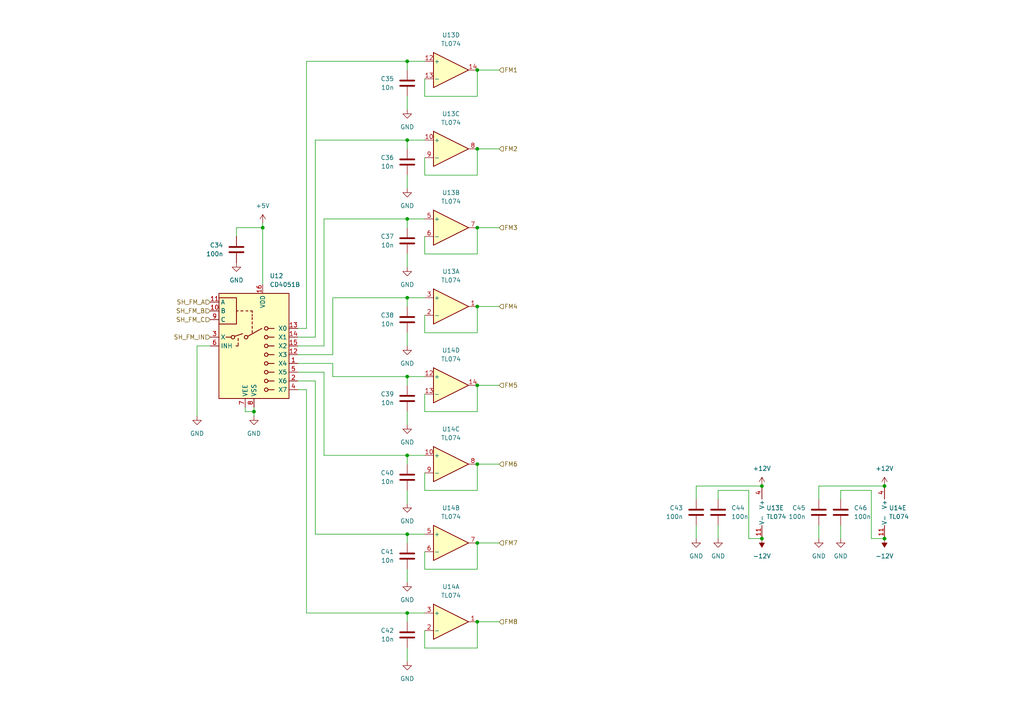
<source format=kicad_sch>
(kicad_sch (version 20230121) (generator eeschema)
  (paper "A4")
  (title_block (title "Polykit-X8 Mainboard") (date "2024-01-14") (rev "v0.0.2") (company "Jan Knipper") (comment 1 "github.com/polykit"))
  (lib_symbols
    (symbol "Amplifier_Operational:TL074" (pin_names (offset 0.127))
      (property "Reference" "U" (at 0 5.08 0))
      (property "Value" "TL074" (at 0 -5.08 0))
      (symbol "TL074_1_1"
        (polyline (pts (xy -5.08 5.08) (xy 5.08 0) (xy -5.08 -5.08) (xy -5.08 5.08)) (stroke (width 0.254)) (fill (type background)))
        (pin output line (at 7.62 0 180) (length 2.54) (name "~") (number "1"))
        (pin input line (at -7.62 -2.54 0) (length 2.54) (name "-") (number "2"))
        (pin input line (at -7.62 2.54 0) (length 2.54) (name "+") (number "3"))
      )
      (symbol "TL074_2_1"
        (polyline (pts (xy -5.08 5.08) (xy 5.08 0) (xy -5.08 -5.08) (xy -5.08 5.08)) (stroke (width 0.254)) (fill (type background)))
        (pin input line (at -7.62 2.54 0) (length 2.54) (name "+") (number "5"))
        (pin input line (at -7.62 -2.54 0) (length 2.54) (name "-") (number "6"))
        (pin output line (at 7.62 0 180) (length 2.54) (name "~") (number "7"))
      )
      (symbol "TL074_3_1"
        (polyline (pts (xy -5.08 5.08) (xy 5.08 0) (xy -5.08 -5.08) (xy -5.08 5.08)) (stroke (width 0.254)) (fill (type background)))
        (pin input line (at -7.62 2.54 0) (length 2.54) (name "+") (number "10"))
        (pin output line (at 7.62 0 180) (length 2.54) (name "~") (number "8"))
        (pin input line (at -7.62 -2.54 0) (length 2.54) (name "-") (number "9"))
      )
      (symbol "TL074_4_1"
        (polyline (pts (xy -5.08 5.08) (xy 5.08 0) (xy -5.08 -5.08) (xy -5.08 5.08)) (stroke (width 0.254)) (fill (type background)))
        (pin input line (at -7.62 2.54 0) (length 2.54) (name "+") (number "12"))
        (pin input line (at -7.62 -2.54 0) (length 2.54) (name "-") (number "13"))
        (pin output line (at 7.62 0 180) (length 2.54) (name "~") (number "14"))
      )
      (symbol "TL074_5_1"
        (pin power_in line (at -2.54 -7.62 90) (length 3.81) (name "V-") (number "11"))
        (pin power_in line (at -2.54 7.62 270) (length 3.81) (name "V+") (number "4"))
      )
    )
    (symbol "Analog_Switch:CD4051B"
      (property "Reference" "U" (at -10.16 16.51 0))
      (property "Value" "CD4051B" (at 3.81 16.51 0))
      (symbol "CD4051B_0_1"
        (rectangle (start -10.16 6.35) (end -5.08 13.97) (stroke (width 0.254)))
        (rectangle (start -10.16 15.24) (end 10.16 -15.24) (stroke (width 0.254)) (fill (type background)))
        (circle (center -6.096 2.54) (radius 0.508) (stroke (width 0.254)))
        (circle (center -2.286 2.54) (radius 0.508) (stroke (width 0.254)))
        (polyline (pts (xy -8.128 2.54) (xy -6.604 2.54)) (stroke (width 0.254)))
        (polyline (pts (xy -5.588 2.794) (xy -3.302 3.556)) (stroke (width 0.254)))
        (polyline (pts (xy -4.572 0) (xy -5.207 0)) (stroke (width 0.254)))
        (polyline (pts (xy -4.572 0.254) (xy -4.572 0.889)) (stroke (width 0.254)))
        (polyline (pts (xy -4.572 1.524) (xy -4.572 2.159)) (stroke (width 0.254)))
        (polyline (pts (xy -4.572 10.16) (xy -5.08 10.16)) (stroke (width 0.254)))
        (polyline (pts (xy -3.81 10.16) (xy -3.175 10.16)) (stroke (width 0.254)))
        (polyline (pts (xy -1.778 2.794) (xy 2.286 5.08)) (stroke (width 0.254)))
        (polyline (pts (xy -1.778 10.16) (xy -2.286 10.16)) (stroke (width 0.254)))
        (polyline (pts (xy -0.508 3.81) (xy -0.508 4.445)) (stroke (width 0.254)))
        (polyline (pts (xy -0.508 5.08) (xy -0.508 5.715)) (stroke (width 0.254)))
        (polyline (pts (xy -0.508 6.35) (xy -0.508 6.985)) (stroke (width 0.254)))
        (polyline (pts (xy -0.508 7.62) (xy -0.508 8.255)) (stroke (width 0.254)))
        (polyline (pts (xy -0.508 8.636) (xy -0.508 9.144)) (stroke (width 0.254)))
        (polyline (pts (xy -0.508 9.652) (xy -0.508 10.16)) (stroke (width 0.254)))
        (polyline (pts (xy -0.508 10.16) (xy -1.016 10.16)) (stroke (width 0.254)))
        (polyline (pts (xy 4.064 -12.7) (xy 5.842 -12.7)) (stroke (width 0.254)))
        (polyline (pts (xy 4.064 -10.16) (xy 5.842 -10.16)) (stroke (width 0.254)))
        (polyline (pts (xy 4.064 -7.62) (xy 5.842 -7.62)) (stroke (width 0.254)))
        (polyline (pts (xy 4.064 -5.08) (xy 5.842 -5.08)) (stroke (width 0.254)))
        (polyline (pts (xy 4.064 -2.54) (xy 5.842 -2.54)) (stroke (width 0.254)))
        (polyline (pts (xy 4.064 0) (xy 5.842 0)) (stroke (width 0.254)))
        (polyline (pts (xy 4.064 2.54) (xy 5.842 2.54)) (stroke (width 0.254)))
        (polyline (pts (xy 4.064 5.08) (xy 5.842 5.08)) (stroke (width 0.254)))
        (circle (center 3.556 -12.7) (radius 0.508) (stroke (width 0.254)))
        (circle (center 3.556 -10.16) (radius 0.508) (stroke (width 0.254)))
        (circle (center 3.556 -7.62) (radius 0.508) (stroke (width 0.254)))
        (circle (center 3.556 -5.08) (radius 0.508) (stroke (width 0.254)))
        (circle (center 3.556 -2.54) (radius 0.508) (stroke (width 0.254)))
        (circle (center 3.556 0) (radius 0.508) (stroke (width 0.254)))
        (circle (center 3.556 2.54) (radius 0.508) (stroke (width 0.254)))
        (circle (center 3.556 5.08) (radius 0.508) (stroke (width 0.254)))
      )
      (symbol "CD4051B_1_1"
        (pin bidirectional line (at 12.7 -5.08 180) (length 2.54) (name "X4") (number "1"))
        (pin input line (at -12.7 10.16 0) (length 2.54) (name "B") (number "10"))
        (pin input line (at -12.7 12.7 0) (length 2.54) (name "A") (number "11"))
        (pin bidirectional line (at 12.7 -2.54 180) (length 2.54) (name "X3") (number "12"))
        (pin bidirectional line (at 12.7 5.08 180) (length 2.54) (name "X0") (number "13"))
        (pin bidirectional line (at 12.7 2.54 180) (length 2.54) (name "X1") (number "14"))
        (pin bidirectional line (at 12.7 0 180) (length 2.54) (name "X2") (number "15"))
        (pin power_in line (at 2.54 17.78 270) (length 2.54) (name "VDD") (number "16"))
        (pin bidirectional line (at 12.7 -10.16 180) (length 2.54) (name "X6") (number "2"))
        (pin bidirectional line (at -12.7 2.54 0) (length 2.54) (name "X") (number "3"))
        (pin bidirectional line (at 12.7 -12.7 180) (length 2.54) (name "X7") (number "4"))
        (pin bidirectional line (at 12.7 -7.62 180) (length 2.54) (name "X5") (number "5"))
        (pin input line (at -12.7 0 0) (length 2.54) (name "INH") (number "6"))
        (pin power_in line (at -2.54 -17.78 90) (length 2.54) (name "VEE") (number "7"))
        (pin power_in line (at 0 -17.78 90) (length 2.54) (name "VSS") (number "8"))
        (pin input line (at -12.7 7.62 0) (length 2.54) (name "C") (number "9"))
      )
    )
    (symbol "Device:C" (pin_numbers hide) (pin_names (offset 0.254))
      (property "Reference" "C" (at 0.635 2.54 0))
      (property "Value" "C" (at 0.635 -2.54 0))
      (symbol "C_0_1"
        (polyline (pts (xy -2.032 -0.762) (xy 2.032 -0.762)) (stroke (width 0.508)))
        (polyline (pts (xy -2.032 0.762) (xy 2.032 0.762)) (stroke (width 0.508)))
      )
      (symbol "C_1_1"
        (pin passive line (at 0 3.81 270) (length 2.794) (name "~") (number "1"))
        (pin passive line (at 0 -3.81 90) (length 2.794) (name "~") (number "2"))
      )
    )
    (symbol "power:+12V" (power) (pin_names (offset 0))
      (property "Value" "+12V" (at 0 3.556 0))
      (symbol "+12V_0_1"
        (polyline (pts (xy -0.762 1.27) (xy 0 2.54)))
        (polyline (pts (xy 0 0) (xy 0 2.54)))
        (polyline (pts (xy 0 2.54) (xy 0.762 1.27)))
      )
      (symbol "+12V_1_1"
        (pin power_in line (at 0 0 90) (length 0) hide (name "+12V") (number "1"))
      )
    )
    (symbol "power:+5V" (power) (pin_names (offset 0))
      (property "Value" "+5V" (at 0 3.556 0))
      (symbol "+5V_0_1"
        (polyline (pts (xy -0.762 1.27) (xy 0 2.54)))
        (polyline (pts (xy 0 0) (xy 0 2.54)))
        (polyline (pts (xy 0 2.54) (xy 0.762 1.27)))
      )
      (symbol "+5V_1_1"
        (pin power_in line (at 0 0 90) (length 0) hide (name "+5V") (number "1"))
      )
    )
    (symbol "power:-12V" (power) (pin_names (offset 0))
      (property "Value" "-12V" (at 0 3.81 0))
      (symbol "-12V_0_0"
        (pin power_in line (at 0 0 90) (length 0) hide (name "-12V") (number "1"))
      )
      (symbol "-12V_0_1"
        (polyline (pts (xy 0 0) (xy 0 1.27) (xy 0.762 1.27) (xy 0 2.54) (xy -0.762 1.27) (xy 0 1.27)) (fill (type outline)))
      )
    )
    (symbol "power:GND" (power) (pin_names (offset 0))
      (property "Value" "GND" (at 0 -3.81 0))
      (symbol "GND_0_1"
        (polyline (pts (xy 0 0) (xy 0 -1.27) (xy 1.27 -1.27) (xy 0 -2.54) (xy -1.27 -1.27) (xy 0 -1.27)))
      )
      (symbol "GND_1_1"
        (pin power_in line (at 0 0 270) (length 0) hide (name "GND") (number "1"))
      )
    )
  )
  (junction (at 138.43 134.62))
  (junction (at 138.43 88.9))
  (junction (at 138.43 180.34))
  (junction (at 220.98 140.97))
  (junction (at 118.11 63.5))
  (junction (at 138.43 111.76))
  (junction (at 118.11 132.08))
  (junction (at 138.43 43.18))
  (junction (at 138.43 66.04))
  (junction (at 138.43 20.32))
  (junction (at 118.11 177.8))
  (junction (at 73.66 119.38))
  (junction (at 118.11 17.78))
  (junction (at 256.54 140.97))
  (junction (at 76.2 66.04))
  (junction (at 118.11 154.94))
  (junction (at 256.54 156.21))
  (junction (at 118.11 40.64))
  (junction (at 220.98 156.21))
  (junction (at 118.11 86.36))
  (junction (at 138.43 157.48))
  (junction (at 118.11 109.22))
  (wire (pts (xy 118.11 73.66) (xy 118.11 77.47)))
  (wire (pts (xy 86.36 100.33) (xy 93.98 100.33)))
  (wire (pts (xy 91.44 40.64) (xy 118.11 40.64)))
  (wire (pts (xy 123.19 142.24) (xy 138.43 142.24)))
  (wire (pts (xy 91.44 97.79) (xy 91.44 40.64)))
  (wire (pts (xy 118.11 177.8) (xy 118.11 180.34)))
  (wire (pts (xy 138.43 88.9) (xy 144.78 88.9)))
  (wire (pts (xy 208.28 142.24) (xy 208.28 144.78)))
  (wire (pts (xy 237.49 152.4) (xy 237.49 156.21)))
  (wire (pts (xy 71.12 118.11) (xy 71.12 119.38)))
  (wire (pts (xy 138.43 119.38) (xy 138.43 111.76)))
  (wire (pts (xy 86.36 105.41) (xy 96.52 105.41)))
  (wire (pts (xy 118.11 165.1) (xy 118.11 168.91)))
  (wire (pts (xy 123.19 17.78) (xy 118.11 17.78)))
  (wire (pts (xy 123.19 63.5) (xy 118.11 63.5)))
  (wire (pts (xy 138.43 50.8) (xy 138.43 43.18)))
  (wire (pts (xy 201.93 140.97) (xy 201.93 144.78)))
  (wire (pts (xy 237.49 140.97) (xy 237.49 144.78)))
  (wire (pts (xy 123.19 154.94) (xy 118.11 154.94)))
  (wire (pts (xy 88.9 95.25) (xy 86.36 95.25)))
  (wire (pts (xy 217.17 156.21) (xy 220.98 156.21)))
  (wire (pts (xy 96.52 86.36) (xy 118.11 86.36)))
  (wire (pts (xy 208.28 142.24) (xy 217.17 142.24)))
  (wire (pts (xy 118.11 119.38) (xy 118.11 123.19)))
  (wire (pts (xy 93.98 63.5) (xy 118.11 63.5)))
  (wire (pts (xy 123.19 73.66) (xy 138.43 73.66)))
  (wire (pts (xy 118.11 50.8) (xy 118.11 54.61)))
  (wire (pts (xy 86.36 113.03) (xy 88.9 113.03)))
  (wire (pts (xy 220.98 140.97) (xy 201.93 140.97)))
  (wire (pts (xy 123.19 86.36) (xy 118.11 86.36)))
  (wire (pts (xy 118.11 27.94) (xy 118.11 31.75)))
  (wire (pts (xy 123.19 45.72) (xy 123.19 50.8)))
  (wire (pts (xy 252.73 156.21) (xy 256.54 156.21)))
  (wire (pts (xy 123.19 114.3) (xy 123.19 119.38)))
  (wire (pts (xy 138.43 157.48) (xy 144.78 157.48)))
  (wire (pts (xy 60.96 100.33) (xy 57.15 100.33)))
  (wire (pts (xy 138.43 187.96) (xy 138.43 180.34)))
  (wire (pts (xy 86.36 107.95) (xy 93.98 107.95)))
  (wire (pts (xy 118.11 86.36) (xy 118.11 88.9)))
  (wire (pts (xy 256.54 140.97) (xy 237.49 140.97)))
  (wire (pts (xy 138.43 180.34) (xy 144.78 180.34)))
  (wire (pts (xy 123.19 96.52) (xy 138.43 96.52)))
  (wire (pts (xy 96.52 109.22) (xy 118.11 109.22)))
  (wire (pts (xy 123.19 165.1) (xy 138.43 165.1)))
  (wire (pts (xy 123.19 119.38) (xy 138.43 119.38)))
  (wire (pts (xy 243.84 152.4) (xy 243.84 156.21)))
  (wire (pts (xy 71.12 119.38) (xy 73.66 119.38)))
  (wire (pts (xy 123.19 109.22) (xy 118.11 109.22)))
  (wire (pts (xy 73.66 120.65) (xy 73.66 119.38)))
  (wire (pts (xy 123.19 160.02) (xy 123.19 165.1)))
  (wire (pts (xy 93.98 100.33) (xy 93.98 63.5)))
  (wire (pts (xy 88.9 17.78) (xy 88.9 95.25)))
  (wire (pts (xy 138.43 20.32) (xy 144.78 20.32)))
  (wire (pts (xy 208.28 152.4) (xy 208.28 156.21)))
  (wire (pts (xy 123.19 91.44) (xy 123.19 96.52)))
  (wire (pts (xy 118.11 17.78) (xy 88.9 17.78)))
  (wire (pts (xy 123.19 68.58) (xy 123.19 73.66)))
  (wire (pts (xy 123.19 182.88) (xy 123.19 187.96)))
  (wire (pts (xy 123.19 40.64) (xy 118.11 40.64)))
  (wire (pts (xy 91.44 154.94) (xy 118.11 154.94)))
  (wire (pts (xy 118.11 17.78) (xy 118.11 20.32)))
  (wire (pts (xy 138.43 43.18) (xy 144.78 43.18)))
  (wire (pts (xy 93.98 132.08) (xy 118.11 132.08)))
  (wire (pts (xy 217.17 156.21) (xy 217.17 142.24)))
  (wire (pts (xy 138.43 96.52) (xy 138.43 88.9)))
  (wire (pts (xy 138.43 134.62) (xy 144.78 134.62)))
  (wire (pts (xy 57.15 100.33) (xy 57.15 120.65)))
  (wire (pts (xy 201.93 152.4) (xy 201.93 156.21)))
  (wire (pts (xy 86.36 102.87) (xy 96.52 102.87)))
  (wire (pts (xy 123.19 27.94) (xy 138.43 27.94)))
  (wire (pts (xy 118.11 132.08) (xy 118.11 134.62)))
  (wire (pts (xy 123.19 50.8) (xy 138.43 50.8)))
  (wire (pts (xy 88.9 177.8) (xy 118.11 177.8)))
  (wire (pts (xy 118.11 187.96) (xy 118.11 191.77)))
  (wire (pts (xy 96.52 105.41) (xy 96.52 109.22)))
  (wire (pts (xy 96.52 102.87) (xy 96.52 86.36)))
  (wire (pts (xy 138.43 73.66) (xy 138.43 66.04)))
  (wire (pts (xy 243.84 142.24) (xy 243.84 144.78)))
  (wire (pts (xy 76.2 66.04) (xy 76.2 82.55)))
  (wire (pts (xy 243.84 142.24) (xy 252.73 142.24)))
  (wire (pts (xy 118.11 109.22) (xy 118.11 111.76)))
  (wire (pts (xy 91.44 110.49) (xy 91.44 154.94)))
  (wire (pts (xy 123.19 132.08) (xy 118.11 132.08)))
  (wire (pts (xy 138.43 142.24) (xy 138.43 134.62)))
  (wire (pts (xy 123.19 137.16) (xy 123.19 142.24)))
  (wire (pts (xy 118.11 96.52) (xy 118.11 100.33)))
  (wire (pts (xy 93.98 107.95) (xy 93.98 132.08)))
  (wire (pts (xy 68.58 66.04) (xy 68.58 68.58)))
  (wire (pts (xy 252.73 156.21) (xy 252.73 142.24)))
  (wire (pts (xy 76.2 64.77) (xy 76.2 66.04)))
  (wire (pts (xy 73.66 119.38) (xy 73.66 118.11)))
  (wire (pts (xy 123.19 187.96) (xy 138.43 187.96)))
  (wire (pts (xy 86.36 110.49) (xy 91.44 110.49)))
  (wire (pts (xy 76.2 66.04) (xy 68.58 66.04)))
  (wire (pts (xy 138.43 27.94) (xy 138.43 20.32)))
  (wire (pts (xy 88.9 113.03) (xy 88.9 177.8)))
  (wire (pts (xy 86.36 97.79) (xy 91.44 97.79)))
  (wire (pts (xy 138.43 165.1) (xy 138.43 157.48)))
  (wire (pts (xy 118.11 40.64) (xy 118.11 43.18)))
  (wire (pts (xy 123.19 22.86) (xy 123.19 27.94)))
  (wire (pts (xy 123.19 177.8) (xy 118.11 177.8)))
  (wire (pts (xy 118.11 154.94) (xy 118.11 157.48)))
  (wire (pts (xy 118.11 63.5) (xy 118.11 66.04)))
  (wire (pts (xy 138.43 111.76) (xy 144.78 111.76)))
  (wire (pts (xy 138.43 66.04) (xy 144.78 66.04)))
  (wire (pts (xy 118.11 142.24) (xy 118.11 146.05)))
  (hierarchical_label "FM4" (shape input) (at 144.78 88.9 0))
  (hierarchical_label "FM5" (shape input) (at 144.78 111.76 0))
  (hierarchical_label "FM7" (shape input) (at 144.78 157.48 0))
  (hierarchical_label "SH_FM_A" (shape input) (at 60.96 87.63 180))
  (hierarchical_label "SH_FM_C" (shape input) (at 60.96 92.71 180))
  (hierarchical_label "FM1" (shape input) (at 144.78 20.32 0))
  (hierarchical_label "FM8" (shape input) (at 144.78 180.34 0))
  (hierarchical_label "SH_FM_IN" (shape input) (at 60.96 97.79 180))
  (hierarchical_label "FM2" (shape input) (at 144.78 43.18 0))
  (hierarchical_label "SH_FM_B" (shape input) (at 60.96 90.17 180))
  (hierarchical_label "FM6" (shape input) (at 144.78 134.62 0))
  (hierarchical_label "FM3" (shape input) (at 144.78 66.04 0))
  (symbol (lib_id "Device:C") (at 118.11 69.85 0) (unit 1)
    (property "Reference" "C37" (at 114.3 68.5799 0) (effects (justify right)))
    (property "Value" "10n" (at 114.3 71.1199 0) (effects (justify right)))
    (property "Footprint" "Capacitor_SMD:C_1206_3216Metric_Pad1.33x1.80mm_HandSolder" (effects hide))
  )
  (symbol (lib_id "power:GND") (at 237.49 156.21 0) (unit 1)
    (property "Reference" "#PWR0101" (effects hide))
    (property "Value" "GND" (at 237.49 161.29 0))
  )
  (symbol (lib_id "Amplifier_Operational:TL074") (at 130.81 157.48 0) (unit 2)
    (property "Reference" "U14" (at 130.81 147.32 0))
    (property "Value" "TL074" (at 130.81 149.86 0))
    (property "Footprint" "Package_SO:SO-14_3.9x8.65mm_P1.27mm" (effects hide))
    (property "Datasheet" "http://www.ti.com/lit/ds/symlink/tl071.pdf" (effects hide))
  )
  (symbol (lib_id "power:GND") (at 118.11 191.77 0) (unit 1)
    (property "Reference" "#PWR0194" (effects hide))
    (property "Value" "GND" (at 118.11 196.85 0))
  )
  (symbol (lib_id "Device:C") (at 118.11 115.57 0) (unit 1)
    (property "Reference" "C39" (at 114.3 114.2999 0) (effects (justify right)))
    (property "Value" "10n" (at 114.3 116.8399 0) (effects (justify right)))
    (property "Footprint" "Capacitor_SMD:C_1206_3216Metric_Pad1.33x1.80mm_HandSolder" (effects hide))
  )
  (symbol (lib_id "power:GND") (at 118.11 77.47 0) (unit 1)
    (property "Reference" "#PWR0187" (effects hide))
    (property "Value" "GND" (at 118.11 82.55 0))
  )
  (symbol (lib_id "Amplifier_Operational:TL074") (at 130.81 43.18 0) (unit 3)
    (property "Reference" "U13" (at 130.81 33.02 0))
    (property "Value" "TL074" (at 130.81 35.56 0))
    (property "Footprint" "Package_SO:SO-14_3.9x8.65mm_P1.27mm" (effects hide))
    (property "Datasheet" "http://www.ti.com/lit/ds/symlink/tl071.pdf" (effects hide))
  )
  (symbol (lib_id "Device:C") (at 118.11 184.15 0) (unit 1)
    (property "Reference" "C42" (at 114.3 182.8799 0) (effects (justify right)))
    (property "Value" "10n" (at 114.3 185.4199 0) (effects (justify right)))
    (property "Footprint" "Capacitor_SMD:C_1206_3216Metric_Pad1.33x1.80mm_HandSolder" (effects hide))
  )
  (symbol (lib_id "power:+12V") (at 256.54 140.97 0) (unit 1)
    (property "Reference" "#PWR0105" (effects hide))
    (property "Value" "+12V" (at 256.54 135.89 0))
  )
  (symbol (lib_id "Device:C") (at 118.11 46.99 0) (unit 1)
    (property "Reference" "C36" (at 114.3 45.7199 0) (effects (justify right)))
    (property "Value" "10n" (at 114.3 48.2599 0) (effects (justify right)))
    (property "Footprint" "Capacitor_SMD:C_1206_3216Metric_Pad1.33x1.80mm_HandSolder" (effects hide))
  )
  (symbol (lib_id "Amplifier_Operational:TL074") (at 130.81 111.76 0) (unit 4)
    (property "Reference" "U14" (at 130.81 101.6 0))
    (property "Value" "TL074" (at 130.81 104.14 0))
    (property "Footprint" "Package_SO:SO-14_3.9x8.65mm_P1.27mm" (effects hide))
    (property "Datasheet" "http://www.ti.com/lit/ds/symlink/tl071.pdf" (effects hide))
  )
  (symbol (lib_id "power:GND") (at 201.93 156.21 0) (unit 1)
    (property "Reference" "#PWR0106" (effects hide))
    (property "Value" "GND" (at 201.93 161.29 0))
  )
  (symbol (lib_id "power:-12V") (at 220.98 156.21 180) (unit 1)
    (property "Reference" "#PWR0103" (effects hide))
    (property "Value" "-12V" (at 220.98 161.29 0))
  )
  (symbol (lib_id "power:GND") (at 73.66 120.65 0) (unit 1)
    (property "Reference" "#PWR0190" (effects hide))
    (property "Value" "GND" (at 73.66 125.73 0))
  )
  (symbol (lib_id "power:+5V") (at 76.2 64.77 0) (unit 1)
    (property "Reference" "#PWR0192" (effects hide))
    (property "Value" "+5V" (at 76.2 59.69 0))
  )
  (symbol (lib_id "power:GND") (at 68.58 76.2 0) (unit 1)
    (property "Reference" "#PWR0193" (effects hide))
    (property "Value" "GND" (at 68.58 81.28 0))
  )
  (symbol (lib_id "Amplifier_Operational:TL074") (at 130.81 20.32 0) (unit 4)
    (property "Reference" "U13" (at 130.81 10.16 0))
    (property "Value" "TL074" (at 130.81 12.7 0))
    (property "Footprint" "Package_SO:SO-14_3.9x8.65mm_P1.27mm" (effects hide))
    (property "Datasheet" "http://www.ti.com/lit/ds/symlink/tl071.pdf" (effects hide))
  )
  (symbol (lib_id "power:GND") (at 118.11 100.33 0) (unit 1)
    (property "Reference" "#PWR0189" (effects hide))
    (property "Value" "GND" (at 118.11 105.41 0))
  )
  (symbol (lib_id "Analog_Switch:CD4051B") (at 73.66 100.33 0) (unit 1)
    (property "Reference" "U12" (at 78.2194 80.01 0) (effects (justify left)))
    (property "Value" "CD4051B" (at 78.2194 82.55 0) (effects (justify left)))
    (property "Footprint" "Package_SO:SO-16_5.3x10.2mm_P1.27mm" (effects hide))
    (property "Datasheet" "http://www.ti.com/lit/ds/symlink/cd4052b.pdf" (effects hide))
  )
  (symbol (lib_id "power:GND") (at 118.11 146.05 0) (unit 1)
    (property "Reference" "#PWR0196" (effects hide))
    (property "Value" "GND" (at 118.11 151.13 0))
  )
  (symbol (lib_id "Device:C") (at 208.28 148.59 0) (unit 1)
    (property "Reference" "C44" (at 212.09 147.3199 0) (effects (justify left)))
    (property "Value" "100n" (at 212.09 149.8599 0) (effects (justify left)))
    (property "Footprint" "Capacitor_SMD:C_1206_3216Metric_Pad1.33x1.80mm_HandSolder" (effects hide))
  )
  (symbol (lib_id "Device:C") (at 243.84 148.59 0) (unit 1)
    (property "Reference" "C46" (at 247.65 147.3199 0) (effects (justify left)))
    (property "Value" "100n" (at 247.65 149.8599 0) (effects (justify left)))
    (property "Footprint" "Capacitor_SMD:C_1206_3216Metric_Pad1.33x1.80mm_HandSolder" (effects hide))
  )
  (symbol (lib_id "power:GND") (at 57.15 120.65 0) (unit 1)
    (property "Reference" "#PWR0218" (effects hide))
    (property "Value" "GND" (at 57.15 125.73 0))
  )
  (symbol (lib_id "Device:C") (at 118.11 161.29 0) (unit 1)
    (property "Reference" "C41" (at 114.3 160.0199 0) (effects (justify right)))
    (property "Value" "10n" (at 114.3 162.5599 0) (effects (justify right)))
    (property "Footprint" "Capacitor_SMD:C_1206_3216Metric_Pad1.33x1.80mm_HandSolder" (effects hide))
  )
  (symbol (lib_id "Amplifier_Operational:TL074") (at 130.81 88.9 0) (unit 1)
    (property "Reference" "U13" (at 130.81 78.74 0))
    (property "Value" "TL074" (at 130.81 81.28 0))
    (property "Footprint" "Package_SO:SO-14_3.9x8.65mm_P1.27mm" (effects hide))
    (property "Datasheet" "http://www.ti.com/lit/ds/symlink/tl071.pdf" (effects hide))
  )
  (symbol (lib_id "Amplifier_Operational:TL074") (at 130.81 66.04 0) (unit 2)
    (property "Reference" "U13" (at 130.81 55.88 0))
    (property "Value" "TL074" (at 130.81 58.42 0))
    (property "Footprint" "Package_SO:SO-14_3.9x8.65mm_P1.27mm" (effects hide))
    (property "Datasheet" "http://www.ti.com/lit/ds/symlink/tl071.pdf" (effects hide))
  )
  (symbol (lib_id "Device:C") (at 201.93 148.59 0) (unit 1)
    (property "Reference" "C43" (at 198.12 147.3199 0) (effects (justify right)))
    (property "Value" "100n" (at 198.12 149.8599 0) (effects (justify right)))
    (property "Footprint" "Capacitor_SMD:C_1206_3216Metric_Pad1.33x1.80mm_HandSolder" (effects hide))
  )
  (symbol (lib_id "power:GND") (at 208.28 156.21 0) (unit 1)
    (property "Reference" "#PWR0107" (effects hide))
    (property "Value" "GND" (at 208.28 161.29 0))
  )
  (symbol (lib_id "Device:C") (at 237.49 148.59 0) (unit 1)
    (property "Reference" "C45" (at 233.68 147.3199 0) (effects (justify right)))
    (property "Value" "100n" (at 233.68 149.8599 0) (effects (justify right)))
    (property "Footprint" "Capacitor_SMD:C_1206_3216Metric_Pad1.33x1.80mm_HandSolder" (effects hide))
  )
  (symbol (lib_id "Device:C") (at 118.11 24.13 0) (unit 1)
    (property "Reference" "C35" (at 114.3 22.8599 0) (effects (justify right)))
    (property "Value" "10n" (at 114.3 25.3999 0) (effects (justify right)))
    (property "Footprint" "Capacitor_SMD:C_1206_3216Metric_Pad1.33x1.80mm_HandSolder" (effects hide))
  )
  (symbol (lib_id "Amplifier_Operational:TL074") (at 130.81 180.34 0) (unit 1)
    (property "Reference" "U14" (at 130.81 170.18 0))
    (property "Value" "TL074" (at 130.81 172.72 0))
    (property "Footprint" "Package_SO:SO-14_3.9x8.65mm_P1.27mm" (effects hide))
    (property "Datasheet" "http://www.ti.com/lit/ds/symlink/tl071.pdf" (effects hide))
  )
  (symbol (lib_id "Amplifier_Operational:TL074") (at 223.52 148.59 0) (unit 5)
    (property "Reference" "U13" (at 222.25 147.3199 0) (effects (justify left)))
    (property "Value" "TL074" (at 222.25 149.8599 0) (effects (justify left)))
    (property "Footprint" "Package_SO:SO-14_3.9x8.65mm_P1.27mm" (effects hide))
    (property "Datasheet" "http://www.ti.com/lit/ds/symlink/tl071.pdf" (effects hide))
  )
  (symbol (lib_id "power:GND") (at 118.11 54.61 0) (unit 1)
    (property "Reference" "#PWR0186" (effects hide))
    (property "Value" "GND" (at 118.11 59.69 0))
  )
  (symbol (lib_id "power:-12V") (at 256.54 156.21 180) (unit 1)
    (property "Reference" "#PWR0108" (effects hide))
    (property "Value" "-12V" (at 256.54 161.29 0))
  )
  (symbol (lib_id "power:GND") (at 243.84 156.21 0) (unit 1)
    (property "Reference" "#PWR0102" (effects hide))
    (property "Value" "GND" (at 243.84 161.29 0))
  )
  (symbol (lib_id "Amplifier_Operational:TL074") (at 130.81 134.62 0) (unit 3)
    (property "Reference" "U14" (at 130.81 124.46 0))
    (property "Value" "TL074" (at 130.81 127 0))
    (property "Footprint" "Package_SO:SO-14_3.9x8.65mm_P1.27mm" (effects hide))
    (property "Datasheet" "http://www.ti.com/lit/ds/symlink/tl071.pdf" (effects hide))
  )
  (symbol (lib_id "Amplifier_Operational:TL074") (at 259.08 148.59 0) (unit 5)
    (property "Reference" "U14" (at 257.81 147.3199 0) (effects (justify left)))
    (property "Value" "TL074" (at 257.81 149.8599 0) (effects (justify left)))
    (property "Footprint" "Package_SO:SO-14_3.9x8.65mm_P1.27mm" (effects hide))
    (property "Datasheet" "http://www.ti.com/lit/ds/symlink/tl071.pdf" (effects hide))
  )
  (symbol (lib_id "power:GND") (at 118.11 123.19 0) (unit 1)
    (property "Reference" "#PWR0191" (effects hide))
    (property "Value" "GND" (at 118.11 128.27 0))
  )
  (symbol (lib_id "Device:C") (at 118.11 92.71 0) (unit 1)
    (property "Reference" "C38" (at 114.3 91.4399 0) (effects (justify right)))
    (property "Value" "10n" (at 114.3 93.9799 0) (effects (justify right)))
    (property "Footprint" "Capacitor_SMD:C_1206_3216Metric_Pad1.33x1.80mm_HandSolder" (effects hide))
  )
  (symbol (lib_id "Device:C") (at 68.58 72.39 0) (unit 1)
    (property "Reference" "C34" (at 64.77 71.1199 0) (effects (justify right)))
    (property "Value" "100n" (at 64.77 73.6599 0) (effects (justify right)))
    (property "Footprint" "Capacitor_SMD:C_1206_3216Metric_Pad1.33x1.80mm_HandSolder" (effects hide))
  )
  (symbol (lib_id "power:+12V") (at 220.98 140.97 0) (unit 1)
    (property "Reference" "#PWR0104" (effects hide))
    (property "Value" "+12V" (at 220.98 135.89 0))
  )
  (symbol (lib_id "power:GND") (at 118.11 168.91 0) (unit 1)
    (property "Reference" "#PWR0195" (effects hide))
    (property "Value" "GND" (at 118.11 173.99 0))
  )
  (symbol (lib_id "Device:C") (at 118.11 138.43 0) (unit 1)
    (property "Reference" "C40" (at 114.3 137.1599 0) (effects (justify right)))
    (property "Value" "10n" (at 114.3 139.6999 0) (effects (justify right)))
    (property "Footprint" "Capacitor_SMD:C_1206_3216Metric_Pad1.33x1.80mm_HandSolder" (effects hide))
  )
  (symbol (lib_id "power:GND") (at 118.11 31.75 0) (unit 1)
    (property "Reference" "#PWR0188" (effects hide))
    (property "Value" "GND" (at 118.11 36.83 0))
  )
)
</source>
